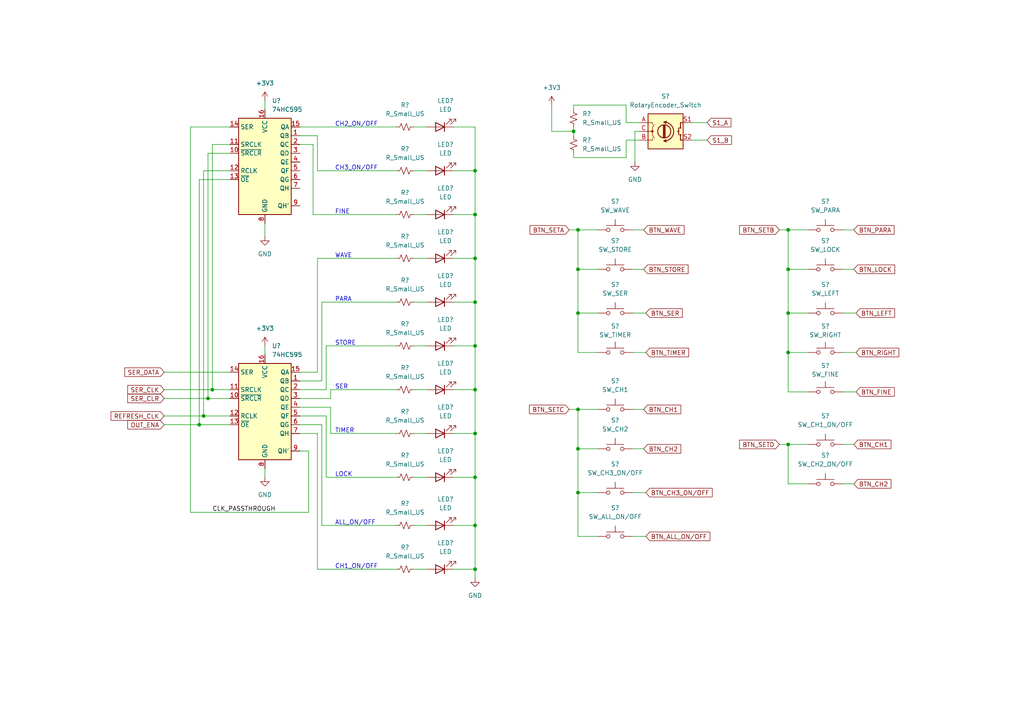
<source format=kicad_sch>
(kicad_sch (version 20211123) (generator eeschema)
  (paper "A4")
  (lib_symbols
    (symbol "74xx:74HC595"
      (property "Reference" "U" (at -7.62 13.97 0))
      (property "Value" "74HC595" (at -7.62 -16.51 0))
      (symbol "74HC595_1_0"
        (pin tri_state line (at 10.16 7.62 180) (length 2.54) (name "QB") (number "1"))
        (pin input line (at -10.16 2.54 0) (length 2.54) (name "~{SRCLR}") (number "10"))
        (pin input line (at -10.16 5.08 0) (length 2.54) (name "SRCLK") (number "11"))
        (pin input line (at -10.16 -2.54 0) (length 2.54) (name "RCLK") (number "12"))
        (pin input line (at -10.16 -5.08 0) (length 2.54) (name "~{OE}") (number "13"))
        (pin input line (at -10.16 10.16 0) (length 2.54) (name "SER") (number "14"))
        (pin tri_state line (at 10.16 10.16 180) (length 2.54) (name "QA") (number "15"))
        (pin power_in line (at 0 15.24 270) (length 2.54) (name "VCC") (number "16"))
        (pin tri_state line (at 10.16 5.08 180) (length 2.54) (name "QC") (number "2"))
        (pin tri_state line (at 10.16 2.54 180) (length 2.54) (name "QD") (number "3"))
        (pin tri_state line (at 10.16 0 180) (length 2.54) (name "QE") (number "4"))
        (pin tri_state line (at 10.16 -2.54 180) (length 2.54) (name "QF") (number "5"))
        (pin tri_state line (at 10.16 -5.08 180) (length 2.54) (name "QG") (number "6"))
        (pin tri_state line (at 10.16 -7.62 180) (length 2.54) (name "QH") (number "7"))
        (pin power_in line (at 0 -17.78 90) (length 2.54) (name "GND") (number "8"))
        (pin output line (at 10.16 -12.7 180) (length 2.54) (name "QH'") (number "9"))
      )
      (symbol "74HC595_1_1"
        (rectangle (start -7.62 12.7) (end 7.62 -15.24) (stroke (width 0.254)) (fill (type background)))
      )
    )
    (symbol "Device:LED" (pin_numbers hide) (pin_names (offset 1.016) hide)
      (property "Reference" "D" (at 0 2.54 0))
      (property "Value" "LED" (at 0 -2.54 0))
      (symbol "LED_0_1"
        (polyline (pts (xy -1.27 -1.27) (xy -1.27 1.27)) (stroke (width 0.254)))
        (polyline (pts (xy -1.27 0) (xy 1.27 0)))
        (polyline (pts (xy 1.27 -1.27) (xy 1.27 1.27) (xy -1.27 0) (xy 1.27 -1.27)) (stroke (width 0.254)))
        (polyline (pts (xy -3.048 -0.762) (xy -4.572 -2.286) (xy -3.81 -2.286) (xy -4.572 -2.286) (xy -4.572 -1.524)))
        (polyline (pts (xy -1.778 -0.762) (xy -3.302 -2.286) (xy -2.54 -2.286) (xy -3.302 -2.286) (xy -3.302 -1.524)))
      )
      (symbol "LED_1_1"
        (pin passive line (at -3.81 0 0) (length 2.54) (name "K") (number "1"))
        (pin passive line (at 3.81 0 180) (length 2.54) (name "A") (number "2"))
      )
    )
    (symbol "Device:R_Small_US" (pin_numbers hide) (pin_names (offset 0.254) hide)
      (property "Reference" "R" (at 0.762 0.508 0))
      (property "Value" "R_Small_US" (at 0.762 -1.016 0))
      (symbol "R_Small_US_1_1"
        (polyline (pts (xy 0 0) (xy 1.016 -0.381) (xy 0 -0.762) (xy -1.016 -1.143) (xy 0 -1.524)))
        (polyline (pts (xy 0 1.524) (xy 1.016 1.143) (xy 0 0.762) (xy -1.016 0.381) (xy 0 0)))
        (pin passive line (at 0 2.54 270) (length 1.016) (name "~") (number "1"))
        (pin passive line (at 0 -2.54 90) (length 1.016) (name "~") (number "2"))
      )
    )
    (symbol "Device:RotaryEncoder_Switch" (pin_names (offset 0.254) hide)
      (property "Reference" "SW" (at 0 6.604 0))
      (property "Value" "RotaryEncoder_Switch" (at 0 -6.604 0))
      (symbol "RotaryEncoder_Switch_0_1"
        (rectangle (start -5.08 5.08) (end 5.08 -5.08) (stroke (width 0.254)) (fill (type background)))
        (circle (center -3.81 0) (radius 0.254) (fill (type outline)))
        (arc (start -0.381 -2.794) (mid 2.3622 -0.0508) (end -0.381 2.667) (stroke (width 0.254)))
        (circle (center -0.381 0) (radius 1.905) (stroke (width 0.254)))
        (polyline (pts (xy -0.635 -1.778) (xy -0.635 1.778)) (stroke (width 0.254)))
        (polyline (pts (xy -0.381 -1.778) (xy -0.381 1.778)) (stroke (width 0.254)))
        (polyline (pts (xy -0.127 1.778) (xy -0.127 -1.778)) (stroke (width 0.254)))
        (polyline (pts (xy 3.81 0) (xy 3.429 0)) (stroke (width 0.254)))
        (polyline (pts (xy 3.81 1.016) (xy 3.81 -1.016)) (stroke (width 0.254)))
        (polyline (pts (xy -5.08 -2.54) (xy -3.81 -2.54) (xy -3.81 -2.032)))
        (polyline (pts (xy -5.08 2.54) (xy -3.81 2.54) (xy -3.81 2.032)))
        (polyline (pts (xy 0.254 -3.048) (xy -0.508 -2.794) (xy 0.127 -2.413)) (stroke (width 0.254)))
        (polyline (pts (xy 0.254 2.921) (xy -0.508 2.667) (xy 0.127 2.286)) (stroke (width 0.254)))
        (polyline (pts (xy 5.08 -2.54) (xy 4.318 -2.54) (xy 4.318 -1.016)) (stroke (width 0.254)))
        (polyline (pts (xy 5.08 2.54) (xy 4.318 2.54) (xy 4.318 1.016)) (stroke (width 0.254)))
        (polyline (pts (xy -5.08 0) (xy -3.81 0) (xy -3.81 -1.016) (xy -3.302 -2.032)))
        (polyline (pts (xy -4.318 0) (xy -3.81 0) (xy -3.81 1.016) (xy -3.302 2.032)))
        (circle (center 4.318 -1.016) (radius 0.127) (stroke (width 0.254)))
        (circle (center 4.318 1.016) (radius 0.127) (stroke (width 0.254)))
      )
      (symbol "RotaryEncoder_Switch_1_1"
        (pin passive line (at -7.62 2.54 0) (length 2.54) (name "A") (number "A"))
        (pin passive line (at -7.62 -2.54 0) (length 2.54) (name "B") (number "B"))
        (pin passive line (at -7.62 0 0) (length 2.54) (name "C") (number "C"))
        (pin passive line (at 7.62 2.54 180) (length 2.54) (name "S1") (number "S1"))
        (pin passive line (at 7.62 -2.54 180) (length 2.54) (name "S2") (number "S2"))
      )
    )
    (symbol "Switch:SW_Push" (pin_numbers hide) (pin_names (offset 1.016) hide)
      (property "Reference" "SW" (at 1.27 2.54 0))
      (property "Value" "SW_Push" (at 0 -1.524 0))
      (symbol "SW_Push_0_1"
        (circle (center -2.032 0) (radius 0.508))
        (polyline (pts (xy 0 1.27) (xy 0 3.048)))
        (polyline (pts (xy 2.54 1.27) (xy -2.54 1.27)))
        (circle (center 2.032 0) (radius 0.508))
        (pin passive line (at -5.08 0 0) (length 2.54) (name "1") (number "1"))
        (pin passive line (at 5.08 0 180) (length 2.54) (name "2") (number "2"))
      )
    )
    (symbol "power:+3V3" (power) (pin_names (offset 0))
      (property "Value" "+3V3" (at 0 3.556 0))
      (symbol "+3V3_0_1"
        (polyline (pts (xy -0.762 1.27) (xy 0 2.54)))
        (polyline (pts (xy 0 0) (xy 0 2.54)))
        (polyline (pts (xy 0 2.54) (xy 0.762 1.27)))
      )
      (symbol "+3V3_1_1"
        (pin power_in line (at 0 0 90) (length 0) hide (name "+3V3") (number "1"))
      )
    )
    (symbol "power:GND" (power) (pin_names (offset 0))
      (property "Value" "GND" (at 0 -3.81 0))
      (symbol "GND_0_1"
        (polyline (pts (xy 0 0) (xy 0 -1.27) (xy 1.27 -1.27) (xy 0 -2.54) (xy -1.27 -1.27) (xy 0 -1.27)))
      )
      (symbol "GND_1_1"
        (pin power_in line (at 0 0 270) (length 0) hide (name "GND") (number "1"))
      )
    )
  )
  (junction (at 137.795 113.03))
  (junction (at 167.64 130.175))
  (junction (at 137.795 152.4))
  (junction (at 59.055 120.65))
  (junction (at 137.795 87.63))
  (junction (at 137.795 49.53))
  (junction (at 228.6 78.105))
  (junction (at 167.64 118.745))
  (junction (at 167.64 90.805))
  (junction (at 60.325 115.57))
  (junction (at 166.37 38.1))
  (junction (at 228.6 66.675))
  (junction (at 57.785 123.19))
  (junction (at 137.795 165.1))
  (junction (at 228.6 102.235))
  (junction (at 167.64 78.105))
  (junction (at 228.6 90.805))
  (junction (at 137.795 100.33))
  (junction (at 167.64 66.675))
  (junction (at 228.6 128.905))
  (junction (at 137.795 62.23))
  (junction (at 167.64 142.875))
  (junction (at 137.795 125.73))
  (junction (at 61.595 113.03))
  (junction (at 137.795 74.93))
  (junction (at 137.795 138.43))
  (wire (pts (xy 60.325 44.45) (xy 60.325 115.57)))
  (wire (pts (xy 167.64 90.805) (xy 173.355 90.805)))
  (wire (pts (xy 86.995 110.49) (xy 93.345 110.49)))
  (wire (pts (xy 95.885 118.11) (xy 95.885 125.73)))
  (wire (pts (xy 200.66 40.64) (xy 205.105 40.64)))
  (wire (pts (xy 137.795 74.93) (xy 137.795 87.63)))
  (wire (pts (xy 137.795 138.43) (xy 137.795 152.4)))
  (wire (pts (xy 95.885 115.57) (xy 95.885 113.03)))
  (wire (pts (xy 92.075 74.93) (xy 114.935 74.93)))
  (wire (pts (xy 160.02 30.48) (xy 160.02 38.1)))
  (wire (pts (xy 86.995 120.65) (xy 94.615 120.65)))
  (wire (pts (xy 131.445 74.93) (xy 137.795 74.93)))
  (wire (pts (xy 47.625 115.57) (xy 60.325 115.57)))
  (wire (pts (xy 131.445 49.53) (xy 137.795 49.53)))
  (wire (pts (xy 137.795 113.03) (xy 137.795 125.73)))
  (wire (pts (xy 59.055 120.65) (xy 59.055 49.53)))
  (wire (pts (xy 173.355 118.745) (xy 167.64 118.745)))
  (wire (pts (xy 120.015 49.53) (xy 123.825 49.53)))
  (wire (pts (xy 94.615 138.43) (xy 114.935 138.43)))
  (wire (pts (xy 234.315 128.905) (xy 228.6 128.905)))
  (wire (pts (xy 167.64 66.675) (xy 167.64 78.105)))
  (wire (pts (xy 244.475 102.235) (xy 248.285 102.235)))
  (wire (pts (xy 137.795 100.33) (xy 137.795 113.03)))
  (wire (pts (xy 137.795 152.4) (xy 137.795 165.1)))
  (wire (pts (xy 120.015 152.4) (xy 123.825 152.4)))
  (wire (pts (xy 183.515 66.675) (xy 186.69 66.675)))
  (wire (pts (xy 60.325 115.57) (xy 66.675 115.57)))
  (wire (pts (xy 166.37 30.48) (xy 181.61 30.48)))
  (wire (pts (xy 181.61 40.64) (xy 185.42 40.64)))
  (wire (pts (xy 55.245 36.83) (xy 66.675 36.83)))
  (wire (pts (xy 57.785 52.07) (xy 57.785 123.19)))
  (wire (pts (xy 167.64 130.175) (xy 167.64 142.875)))
  (wire (pts (xy 120.015 100.33) (xy 123.825 100.33)))
  (wire (pts (xy 131.445 62.23) (xy 137.795 62.23)))
  (wire (pts (xy 86.995 125.73) (xy 92.075 125.73)))
  (wire (pts (xy 120.015 165.1) (xy 123.825 165.1)))
  (wire (pts (xy 86.995 130.81) (xy 89.535 130.81)))
  (wire (pts (xy 93.345 152.4) (xy 114.935 152.4)))
  (wire (pts (xy 93.345 110.49) (xy 93.345 87.63)))
  (wire (pts (xy 95.885 113.03) (xy 114.935 113.03)))
  (wire (pts (xy 47.625 107.95) (xy 66.675 107.95)))
  (wire (pts (xy 90.805 62.23) (xy 114.935 62.23)))
  (wire (pts (xy 166.37 45.72) (xy 166.37 44.45)))
  (wire (pts (xy 76.835 100.33) (xy 76.835 102.87)))
  (wire (pts (xy 86.995 123.19) (xy 93.345 123.19)))
  (wire (pts (xy 181.61 40.64) (xy 181.61 45.72)))
  (wire (pts (xy 228.6 90.805) (xy 234.315 90.805)))
  (wire (pts (xy 131.445 100.33) (xy 137.795 100.33)))
  (wire (pts (xy 66.675 120.65) (xy 59.055 120.65)))
  (wire (pts (xy 92.075 49.53) (xy 114.935 49.53)))
  (wire (pts (xy 167.64 130.175) (xy 173.355 130.175)))
  (wire (pts (xy 137.795 165.1) (xy 131.445 165.1)))
  (wire (pts (xy 76.835 29.21) (xy 76.835 31.75)))
  (wire (pts (xy 228.6 78.105) (xy 228.6 90.805)))
  (wire (pts (xy 86.995 115.57) (xy 95.885 115.57)))
  (wire (pts (xy 167.64 78.105) (xy 173.355 78.105)))
  (wire (pts (xy 90.805 41.91) (xy 90.805 62.23)))
  (wire (pts (xy 244.475 113.665) (xy 248.285 113.665)))
  (wire (pts (xy 57.785 123.19) (xy 66.675 123.19)))
  (wire (pts (xy 94.615 113.03) (xy 94.615 100.33)))
  (wire (pts (xy 228.6 66.675) (xy 228.6 78.105)))
  (wire (pts (xy 228.6 128.905) (xy 228.6 140.335)))
  (wire (pts (xy 93.345 87.63) (xy 114.935 87.63)))
  (wire (pts (xy 131.445 36.83) (xy 137.795 36.83)))
  (wire (pts (xy 89.535 130.81) (xy 89.535 148.59)))
  (wire (pts (xy 86.995 41.91) (xy 90.805 41.91)))
  (wire (pts (xy 184.15 38.1) (xy 185.42 38.1)))
  (wire (pts (xy 131.445 152.4) (xy 137.795 152.4)))
  (wire (pts (xy 183.515 90.805) (xy 187.325 90.805)))
  (wire (pts (xy 92.075 107.95) (xy 92.075 74.93)))
  (wire (pts (xy 120.015 113.03) (xy 123.825 113.03)))
  (wire (pts (xy 137.795 62.23) (xy 137.795 74.93)))
  (wire (pts (xy 120.015 138.43) (xy 123.825 138.43)))
  (wire (pts (xy 76.835 64.77) (xy 76.835 68.58)))
  (wire (pts (xy 181.61 35.56) (xy 185.42 35.56)))
  (wire (pts (xy 131.445 87.63) (xy 137.795 87.63)))
  (wire (pts (xy 131.445 125.73) (xy 137.795 125.73)))
  (wire (pts (xy 234.315 66.675) (xy 228.6 66.675)))
  (wire (pts (xy 183.515 155.575) (xy 187.325 155.575)))
  (wire (pts (xy 244.475 66.675) (xy 247.65 66.675)))
  (wire (pts (xy 167.64 142.875) (xy 173.355 142.875)))
  (wire (pts (xy 66.675 113.03) (xy 61.595 113.03)))
  (wire (pts (xy 137.795 87.63) (xy 137.795 100.33)))
  (wire (pts (xy 183.515 130.175) (xy 186.69 130.175)))
  (wire (pts (xy 228.6 140.335) (xy 234.315 140.335)))
  (wire (pts (xy 165.1 118.745) (xy 167.64 118.745)))
  (wire (pts (xy 55.245 148.59) (xy 55.245 36.83)))
  (wire (pts (xy 167.64 155.575) (xy 173.355 155.575)))
  (wire (pts (xy 228.6 113.665) (xy 234.315 113.665)))
  (wire (pts (xy 86.995 107.95) (xy 92.075 107.95)))
  (wire (pts (xy 181.61 30.48) (xy 181.61 35.56)))
  (wire (pts (xy 173.355 66.675) (xy 167.64 66.675)))
  (wire (pts (xy 93.345 123.19) (xy 93.345 152.4)))
  (wire (pts (xy 120.015 125.73) (xy 123.825 125.73)))
  (wire (pts (xy 61.595 113.03) (xy 61.595 41.91)))
  (wire (pts (xy 120.015 36.83) (xy 123.825 36.83)))
  (wire (pts (xy 167.64 142.875) (xy 167.64 155.575)))
  (wire (pts (xy 167.64 78.105) (xy 167.64 90.805)))
  (wire (pts (xy 59.055 49.53) (xy 66.675 49.53)))
  (wire (pts (xy 47.625 120.65) (xy 59.055 120.65)))
  (wire (pts (xy 167.64 102.235) (xy 173.355 102.235)))
  (wire (pts (xy 228.6 78.105) (xy 234.315 78.105)))
  (wire (pts (xy 86.995 36.83) (xy 114.935 36.83)))
  (wire (pts (xy 47.625 113.03) (xy 61.595 113.03)))
  (wire (pts (xy 200.66 35.56) (xy 205.105 35.56)))
  (wire (pts (xy 167.64 90.805) (xy 167.64 102.235)))
  (wire (pts (xy 160.02 38.1) (xy 166.37 38.1)))
  (wire (pts (xy 86.995 39.37) (xy 92.075 39.37)))
  (wire (pts (xy 137.795 36.83) (xy 137.795 49.53)))
  (wire (pts (xy 228.6 102.235) (xy 228.6 113.665)))
  (wire (pts (xy 131.445 138.43) (xy 137.795 138.43)))
  (wire (pts (xy 183.515 118.745) (xy 186.69 118.745)))
  (wire (pts (xy 226.06 66.675) (xy 228.6 66.675)))
  (wire (pts (xy 137.795 165.1) (xy 137.795 167.64)))
  (wire (pts (xy 226.06 128.905) (xy 228.6 128.905)))
  (wire (pts (xy 86.995 118.11) (xy 95.885 118.11)))
  (wire (pts (xy 120.015 62.23) (xy 123.825 62.23)))
  (wire (pts (xy 131.445 113.03) (xy 137.795 113.03)))
  (wire (pts (xy 137.795 125.73) (xy 137.795 138.43)))
  (wire (pts (xy 94.615 100.33) (xy 114.935 100.33)))
  (wire (pts (xy 61.595 41.91) (xy 66.675 41.91)))
  (wire (pts (xy 244.475 140.335) (xy 247.65 140.335)))
  (wire (pts (xy 184.15 46.99) (xy 184.15 38.1)))
  (wire (pts (xy 228.6 102.235) (xy 234.315 102.235)))
  (wire (pts (xy 183.515 78.105) (xy 186.69 78.105)))
  (wire (pts (xy 183.515 142.875) (xy 187.325 142.875)))
  (wire (pts (xy 165.1 66.675) (xy 167.64 66.675)))
  (wire (pts (xy 86.995 113.03) (xy 94.615 113.03)))
  (wire (pts (xy 244.475 90.805) (xy 248.285 90.805)))
  (wire (pts (xy 94.615 120.65) (xy 94.615 138.43)))
  (wire (pts (xy 89.535 148.59) (xy 55.245 148.59)))
  (wire (pts (xy 183.515 102.235) (xy 187.325 102.235)))
  (wire (pts (xy 92.075 165.1) (xy 114.935 165.1)))
  (wire (pts (xy 166.37 36.83) (xy 166.37 38.1)))
  (wire (pts (xy 181.61 45.72) (xy 166.37 45.72)))
  (wire (pts (xy 76.835 135.89) (xy 76.835 138.43)))
  (wire (pts (xy 66.675 44.45) (xy 60.325 44.45)))
  (wire (pts (xy 47.625 123.19) (xy 57.785 123.19)))
  (wire (pts (xy 166.37 31.75) (xy 166.37 30.48)))
  (wire (pts (xy 228.6 90.805) (xy 228.6 102.235)))
  (wire (pts (xy 167.64 118.745) (xy 167.64 130.175)))
  (wire (pts (xy 92.075 39.37) (xy 92.075 49.53)))
  (wire (pts (xy 137.795 49.53) (xy 137.795 62.23)))
  (wire (pts (xy 120.015 74.93) (xy 123.825 74.93)))
  (wire (pts (xy 95.885 125.73) (xy 114.935 125.73)))
  (wire (pts (xy 92.075 125.73) (xy 92.075 165.1)))
  (wire (pts (xy 120.015 87.63) (xy 123.825 87.63)))
  (wire (pts (xy 66.675 52.07) (xy 57.785 52.07)))
  (wire (pts (xy 244.475 128.905) (xy 247.65 128.905)))
  (wire (pts (xy 244.475 78.105) (xy 247.65 78.105)))
  (wire (pts (xy 166.37 38.1) (xy 166.37 39.37)))
  (text "WAVE" (at 97.155 74.93 0) (effects (font (size 1.27 1.27)) (justify left bottom)))
  (text "STORE\n" (at 97.155 100.33 0) (effects (font (size 1.27 1.27)) (justify left bottom)))
  (text "TIMER\n" (at 97.155 125.73 0) (effects (font (size 1.27 1.27)) (justify left bottom)))
  (text "LOCK" (at 97.155 138.43 0) (effects (font (size 1.27 1.27)) (justify left bottom)))
  (text "PARA" (at 97.155 87.63 0) (effects (font (size 1.27 1.27)) (justify left bottom)))
  (text "CH2_ON/OFF" (at 97.155 36.83 0) (effects (font (size 1.27 1.27)) (justify left bottom)))
  (text "ALL_ON/OFF\n" (at 97.155 152.4 0) (effects (font (size 1.27 1.27)) (justify left bottom)))
  (text "FINE" (at 97.155 62.23 0) (effects (font (size 1.27 1.27)) (justify left bottom)))
  (text "CH1_ON/OFF" (at 97.155 165.1 0) (effects (font (size 1.27 1.27)) (justify left bottom)))
  (text "SER" (at 97.155 113.03 0) (effects (font (size 1.27 1.27)) (justify left bottom)))
  (text "CH3_ON/OFF" (at 97.155 49.53 0) (effects (font (size 1.27 1.27)) (justify left bottom)))
  (label "CLK_PASSTHROUGH" (at 61.595 148.59 0))
  (global_label "BTN_CH2" (shape input) (at 247.65 140.335 0) (property "Intersheet References" "${INTERSHEET_REFS}" (effects hide)))
  (global_label "BTN_CH2" (shape input) (at 186.69 130.175 0) (property "Intersheet References" "${INTERSHEET_REFS}" (effects hide)))
  (global_label "BTN_CH3_ON{slash}OFF" (shape input) (at 187.325 142.875 0) (property "Intersheet References" "${INTERSHEET_REFS}" (effects hide)))
  (global_label "BTN_FINE" (shape input) (at 248.285 113.665 0) (property "Intersheet References" "${INTERSHEET_REFS}" (effects hide)))
  (global_label "BTN_TIMER" (shape input) (at 187.325 102.235 0) (property "Intersheet References" "${INTERSHEET_REFS}" (effects hide)))
  (global_label "REFRESH_CLK" (shape input) (at 47.625 120.65 180) (property "Intersheet References" "${INTERSHEET_REFS}" (effects hide)))
  (global_label "BTN_CH1" (shape input) (at 186.69 118.745 0) (property "Intersheet References" "${INTERSHEET_REFS}" (effects hide)))
  (global_label "BTN_SER" (shape input) (at 187.325 90.805 0) (property "Intersheet References" "${INTERSHEET_REFS}" (effects hide)))
  (global_label "SER_CLR" (shape input) (at 47.625 115.57 180) (property "Intersheet References" "${INTERSHEET_REFS}" (effects hide)))
  (global_label "BTN_SETC" (shape input) (at 165.1 118.745 180) (property "Intersheet References" "${INTERSHEET_REFS}" (effects hide)))
  (global_label "BTN_ALL_ON{slash}OFF" (shape input) (at 187.325 155.575 0) (property "Intersheet References" "${INTERSHEET_REFS}" (effects hide)))
  (global_label "BTN_SETB" (shape input) (at 226.06 66.675 180) (property "Intersheet References" "${INTERSHEET_REFS}" (effects hide)))
  (global_label "BTN_SETA" (shape input) (at 165.1 66.675 180) (property "Intersheet References" "${INTERSHEET_REFS}" (effects hide)))
  (global_label "BTN_SETD" (shape input) (at 226.06 128.905 180) (property "Intersheet References" "${INTERSHEET_REFS}" (effects hide)))
  (global_label "OUT_ENA" (shape input) (at 47.625 123.19 180) (property "Intersheet References" "${INTERSHEET_REFS}" (effects hide)))
  (global_label "BTN_WAVE" (shape input) (at 186.69 66.675 0) (property "Intersheet References" "${INTERSHEET_REFS}" (effects hide)))
  (global_label "BTN_CH1" (shape input) (at 247.65 128.905 0) (property "Intersheet References" "${INTERSHEET_REFS}" (effects hide)))
  (global_label "BTN_RIGHT" (shape input) (at 248.285 102.235 0) (property "Intersheet References" "${INTERSHEET_REFS}" (effects hide)))
  (global_label "S1_A" (shape input) (at 205.105 35.56 0) (property "Intersheet References" "${INTERSHEET_REFS}" (effects hide)))
  (global_label "BTN_LEFT" (shape input) (at 248.285 90.805 0) (property "Intersheet References" "${INTERSHEET_REFS}" (effects hide)))
  (global_label "BTN_STORE" (shape input) (at 186.69 78.105 0) (property "Intersheet References" "${INTERSHEET_REFS}" (effects hide)))
  (global_label "BTN_PARA" (shape input) (at 247.65 66.675 0) (property "Intersheet References" "${INTERSHEET_REFS}" (effects hide)))
  (global_label "BTN_LOCK" (shape input) (at 247.65 78.105 0) (property "Intersheet References" "${INTERSHEET_REFS}" (effects hide)))
  (global_label "SER_DATA" (shape input) (at 47.625 107.95 180) (property "Intersheet References" "${INTERSHEET_REFS}" (effects hide)))
  (global_label "SER_CLK" (shape input) (at 47.625 113.03 180) (property "Intersheet References" "${INTERSHEET_REFS}" (effects hide)))
  (global_label "S1_B" (shape input) (at 205.105 40.64 0) (property "Intersheet References" "${INTERSHEET_REFS}" (effects hide)))
  (symbol (lib_id "74xx:74HC595") (at 76.835 118.11 0) (unit 1)
    (property "Reference" "U?" (at 78.8544 100.33 0) (effects (justify left)))
    (property "Value" "74HC595" (at 78.8544 102.87 0) (effects (justify left)))
    (property "Datasheet" "http://www.ti.com/lit/ds/symlink/sn74hc595.pdf" (effects hide))
  )
  (symbol (lib_id "Device:R_Small_US") (at 166.37 41.91 0) (unit 1)
    (property "Reference" "R?" (at 168.91 40.6399 0) (effects (justify left)))
    (property "Value" "R_Small_US" (at 168.91 43.1799 0) (effects (justify left)))
  )
  (symbol (lib_id "Switch:SW_Push") (at 239.395 102.235 0) (unit 1)
    (property "Reference" "S?" (at 239.395 94.615 0))
    (property "Value" "SW_RIGHT" (at 239.395 97.155 0))
  )
  (symbol (lib_id "Device:LED") (at 127.635 125.73 180) (unit 1)
    (property "Reference" "LED?" (at 129.2225 118.11 0))
    (property "Value" "LED" (at 129.2225 120.65 0))
  )
  (symbol (lib_id "power:+3V3") (at 160.02 30.48 0) (unit 1)
    (property "Reference" "#PWR?" (effects hide))
    (property "Value" "+3V3" (at 160.02 25.4 0))
  )
  (symbol (lib_id "Device:R_Small_US") (at 117.475 87.63 90) (unit 1)
    (property "Reference" "R?" (at 117.475 81.28 90))
    (property "Value" "R_Small_US" (at 117.475 83.82 90))
  )
  (symbol (lib_id "Device:R_Small_US") (at 117.475 125.73 90) (unit 1)
    (property "Reference" "R?" (at 117.475 119.38 90))
    (property "Value" "R_Small_US" (at 117.475 121.92 90))
  )
  (symbol (lib_id "Device:RotaryEncoder_Switch") (at 193.04 38.1 0) (unit 1)
    (property "Reference" "S?" (at 193.04 27.94 0))
    (property "Value" "RotaryEncoder_Switch" (at 193.04 30.48 0))
  )
  (symbol (lib_id "Device:LED") (at 127.635 62.23 180) (unit 1)
    (property "Reference" "LED?" (at 129.2225 54.61 0))
    (property "Value" "LED" (at 129.2225 57.15 0))
  )
  (symbol (lib_id "Switch:SW_Push") (at 178.435 130.175 0) (unit 1)
    (property "Reference" "S?" (at 178.435 121.92 0))
    (property "Value" "SW_CH2" (at 178.435 124.46 0))
  )
  (symbol (lib_id "power:+3V3") (at 76.835 100.33 0) (unit 1)
    (property "Reference" "#PWR?" (effects hide))
    (property "Value" "+3V3" (at 76.835 95.25 0))
  )
  (symbol (lib_id "Device:LED") (at 127.635 87.63 180) (unit 1)
    (property "Reference" "LED?" (at 129.2225 80.01 0))
    (property "Value" "LED" (at 129.2225 82.55 0))
  )
  (symbol (lib_id "power:+3V3") (at 76.835 29.21 0) (unit 1)
    (property "Reference" "#PWR?" (effects hide))
    (property "Value" "+3V3" (at 76.835 24.13 0))
  )
  (symbol (lib_id "Switch:SW_Push") (at 239.395 90.805 0) (unit 1)
    (property "Reference" "S?" (at 239.395 82.55 0))
    (property "Value" "SW_LEFT" (at 239.395 85.09 0))
  )
  (symbol (lib_id "Switch:SW_Push") (at 178.435 66.675 0) (unit 1)
    (property "Reference" "S?" (at 178.435 58.42 0))
    (property "Value" "SW_WAVE" (at 178.435 60.96 0))
  )
  (symbol (lib_id "power:GND") (at 184.15 46.99 0) (unit 1)
    (property "Reference" "#PWR?" (effects hide))
    (property "Value" "GND" (at 184.15 52.07 0))
  )
  (symbol (lib_id "Device:R_Small_US") (at 117.475 62.23 90) (unit 1)
    (property "Reference" "R?" (at 117.475 55.88 90))
    (property "Value" "R_Small_US" (at 117.475 58.42 90))
  )
  (symbol (lib_id "Switch:SW_Push") (at 239.395 128.905 0) (unit 1)
    (property "Reference" "S?" (at 239.395 120.65 0))
    (property "Value" "SW_CH1_ON/OFF" (at 239.395 123.19 0))
  )
  (symbol (lib_id "Device:LED") (at 127.635 152.4 180) (unit 1)
    (property "Reference" "LED?" (at 129.2225 144.78 0))
    (property "Value" "LED" (at 129.2225 147.32 0))
  )
  (symbol (lib_id "Device:R_Small_US") (at 117.475 49.53 90) (unit 1)
    (property "Reference" "R?" (at 117.475 43.18 90))
    (property "Value" "R_Small_US" (at 117.475 45.72 90))
  )
  (symbol (lib_id "Device:LED") (at 127.635 113.03 180) (unit 1)
    (property "Reference" "LED?" (at 129.2225 105.41 0))
    (property "Value" "LED" (at 129.2225 107.95 0))
  )
  (symbol (lib_id "Switch:SW_Push") (at 178.435 142.875 0) (unit 1)
    (property "Reference" "S?" (at 178.435 134.62 0))
    (property "Value" "SW_CH3_ON/OFF" (at 178.435 137.16 0))
  )
  (symbol (lib_id "Device:LED") (at 127.635 36.83 180) (unit 1)
    (property "Reference" "LED?" (at 129.2225 29.21 0))
    (property "Value" "LED" (at 129.2225 31.75 0))
  )
  (symbol (lib_id "Switch:SW_Push") (at 178.435 155.575 0) (unit 1)
    (property "Reference" "S?" (at 178.435 147.32 0))
    (property "Value" "SW_ALL_ON/OFF" (at 178.435 149.86 0))
  )
  (symbol (lib_id "Switch:SW_Push") (at 239.395 140.335 0) (unit 1)
    (property "Reference" "S?" (at 239.395 132.08 0))
    (property "Value" "SW_CH2_ON/OFF" (at 239.395 134.62 0))
  )
  (symbol (lib_id "Switch:SW_Push") (at 239.395 113.665 0) (unit 1)
    (property "Reference" "S?" (at 239.395 106.045 0))
    (property "Value" "SW_FINE" (at 239.395 108.585 0))
  )
  (symbol (lib_id "Switch:SW_Push") (at 178.435 118.745 0) (unit 1)
    (property "Reference" "S?" (at 178.435 110.49 0))
    (property "Value" "SW_CH1" (at 178.435 113.03 0))
  )
  (symbol (lib_id "Device:R_Small_US") (at 117.475 100.33 90) (unit 1)
    (property "Reference" "R?" (at 117.475 93.98 90))
    (property "Value" "R_Small_US" (at 117.475 96.52 90))
  )
  (symbol (lib_id "Switch:SW_Push") (at 178.435 102.235 0) (unit 1)
    (property "Reference" "S?" (at 178.435 94.615 0))
    (property "Value" "SW_TIMER" (at 178.435 97.155 0))
  )
  (symbol (lib_id "Device:R_Small_US") (at 117.475 165.1 90) (unit 1)
    (property "Reference" "R?" (at 117.475 158.75 90))
    (property "Value" "R_Small_US" (at 117.475 161.29 90))
  )
  (symbol (lib_id "Switch:SW_Push") (at 178.435 78.105 0) (unit 1)
    (property "Reference" "S?" (at 178.435 69.85 0))
    (property "Value" "SW_STORE" (at 178.435 72.39 0))
  )
  (symbol (lib_id "Device:LED") (at 127.635 100.33 180) (unit 1)
    (property "Reference" "LED?" (at 129.2225 92.71 0))
    (property "Value" "LED" (at 129.2225 95.25 0))
  )
  (symbol (lib_id "Device:R_Small_US") (at 117.475 138.43 90) (unit 1)
    (property "Reference" "R?" (at 117.475 132.08 90))
    (property "Value" "R_Small_US" (at 117.475 134.62 90))
  )
  (symbol (lib_id "Device:R_Small_US") (at 117.475 152.4 90) (unit 1)
    (property "Reference" "R?" (at 117.475 146.05 90))
    (property "Value" "R_Small_US" (at 117.475 148.59 90))
  )
  (symbol (lib_id "Device:R_Small_US") (at 117.475 36.83 90) (unit 1)
    (property "Reference" "R?" (at 117.475 30.48 90))
    (property "Value" "R_Small_US" (at 117.475 33.02 90))
  )
  (symbol (lib_id "Device:LED") (at 127.635 165.1 180) (unit 1)
    (property "Reference" "LED?" (at 129.2225 157.48 0))
    (property "Value" "LED" (at 129.2225 160.02 0))
  )
  (symbol (lib_id "Device:R_Small_US") (at 117.475 74.93 90) (unit 1)
    (property "Reference" "R?" (at 117.475 68.58 90))
    (property "Value" "R_Small_US" (at 117.475 71.12 90))
  )
  (symbol (lib_id "Device:R_Small_US") (at 166.37 34.29 0) (unit 1)
    (property "Reference" "R?" (at 168.91 33.0199 0) (effects (justify left)))
    (property "Value" "R_Small_US" (at 168.91 35.5599 0) (effects (justify left)))
  )
  (symbol (lib_id "74xx:74HC595") (at 76.835 46.99 0) (unit 1)
    (property "Reference" "U?" (at 78.8544 29.21 0) (effects (justify left)))
    (property "Value" "74HC595" (at 78.8544 31.75 0) (effects (justify left)))
    (property "Datasheet" "http://www.ti.com/lit/ds/symlink/sn74hc595.pdf" (effects hide))
  )
  (symbol (lib_id "power:GND") (at 76.835 68.58 0) (unit 1)
    (property "Reference" "#PWR?" (effects hide))
    (property "Value" "GND" (at 76.835 73.66 0))
  )
  (symbol (lib_id "Switch:SW_Push") (at 239.395 78.105 0) (unit 1)
    (property "Reference" "S?" (at 239.395 69.85 0))
    (property "Value" "SW_LOCK" (at 239.395 72.39 0))
  )
  (symbol (lib_id "Device:LED") (at 127.635 49.53 180) (unit 1)
    (property "Reference" "LED?" (at 129.2225 41.91 0))
    (property "Value" "LED" (at 129.2225 44.45 0))
  )
  (symbol (lib_id "Device:LED") (at 127.635 138.43 180) (unit 1)
    (property "Reference" "LED?" (at 129.2225 130.81 0))
    (property "Value" "LED" (at 129.2225 133.35 0))
  )
  (symbol (lib_id "Device:R_Small_US") (at 117.475 113.03 90) (unit 1)
    (property "Reference" "R?" (at 117.475 106.68 90))
    (property "Value" "R_Small_US" (at 117.475 109.22 90))
  )
  (symbol (lib_id "Device:LED") (at 127.635 74.93 180) (unit 1)
    (property "Reference" "LED?" (at 129.2225 67.31 0))
    (property "Value" "LED" (at 129.2225 69.85 0))
  )
  (symbol (lib_id "power:GND") (at 137.795 167.64 0) (unit 1)
    (property "Reference" "#PWR?" (effects hide))
    (property "Value" "GND" (at 137.795 172.72 0))
  )
  (symbol (lib_id "Switch:SW_Push") (at 178.435 90.805 0) (unit 1)
    (property "Reference" "S?" (at 178.435 82.55 0))
    (property "Value" "SW_SER" (at 178.435 85.09 0))
  )
  (symbol (lib_id "Switch:SW_Push") (at 239.395 66.675 0) (unit 1)
    (property "Reference" "S?" (at 239.395 58.42 0))
    (property "Value" "SW_PARA" (at 239.395 60.96 0))
  )
  (symbol (lib_id "power:GND") (at 76.835 138.43 0) (unit 1)
    (property "Reference" "#PWR?" (effects hide))
    (property "Value" "GND" (at 76.835 143.51 0))
  )
)
</source>
